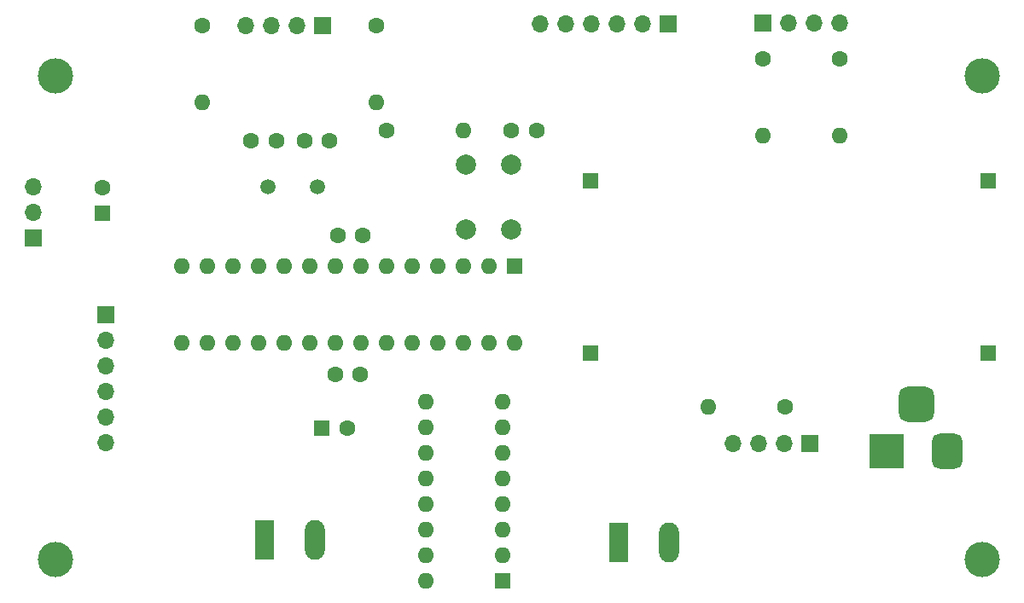
<source format=gts>
G04 #@! TF.GenerationSoftware,KiCad,Pcbnew,7.0.7-7.0.7~ubuntu22.04.1*
G04 #@! TF.CreationDate,2023-09-07T23:45:27+05:30*
G04 #@! TF.ProjectId,SDC_Schematic,5344435f-5363-4686-956d-617469632e6b,rev?*
G04 #@! TF.SameCoordinates,Original*
G04 #@! TF.FileFunction,Soldermask,Top*
G04 #@! TF.FilePolarity,Negative*
%FSLAX46Y46*%
G04 Gerber Fmt 4.6, Leading zero omitted, Abs format (unit mm)*
G04 Created by KiCad (PCBNEW 7.0.7-7.0.7~ubuntu22.04.1) date 2023-09-07 23:45:27*
%MOMM*%
%LPD*%
G01*
G04 APERTURE LIST*
G04 Aperture macros list*
%AMRoundRect*
0 Rectangle with rounded corners*
0 $1 Rounding radius*
0 $2 $3 $4 $5 $6 $7 $8 $9 X,Y pos of 4 corners*
0 Add a 4 corners polygon primitive as box body*
4,1,4,$2,$3,$4,$5,$6,$7,$8,$9,$2,$3,0*
0 Add four circle primitives for the rounded corners*
1,1,$1+$1,$2,$3*
1,1,$1+$1,$4,$5*
1,1,$1+$1,$6,$7*
1,1,$1+$1,$8,$9*
0 Add four rect primitives between the rounded corners*
20,1,$1+$1,$2,$3,$4,$5,0*
20,1,$1+$1,$4,$5,$6,$7,0*
20,1,$1+$1,$6,$7,$8,$9,0*
20,1,$1+$1,$8,$9,$2,$3,0*%
G04 Aperture macros list end*
%ADD10C,1.600000*%
%ADD11R,1.600000X1.600000*%
%ADD12O,1.600000X1.600000*%
%ADD13C,3.500000*%
%ADD14R,1.700000X1.700000*%
%ADD15O,1.700000X1.700000*%
%ADD16R,1.524000X1.524000*%
%ADD17C,1.500000*%
%ADD18C,2.000000*%
%ADD19R,1.980000X3.960000*%
%ADD20O,1.980000X3.960000*%
%ADD21R,3.500000X3.500000*%
%ADD22RoundRect,0.750000X0.750000X1.000000X-0.750000X1.000000X-0.750000X-1.000000X0.750000X-1.000000X0*%
%ADD23RoundRect,0.875000X0.875000X0.875000X-0.875000X0.875000X-0.875000X-0.875000X0.875000X-0.875000X0*%
G04 APERTURE END LIST*
D10*
X130282000Y-79629000D03*
X127782000Y-79629000D03*
D11*
X104648000Y-63600000D03*
D10*
X104648000Y-61100000D03*
X177800000Y-48260000D03*
D12*
X177800000Y-55880000D03*
D13*
X100000000Y-98000000D03*
X192000000Y-50000000D03*
D10*
X121920000Y-56388000D03*
X119420000Y-56388000D03*
D14*
X104984000Y-73685000D03*
D15*
X104984000Y-76225000D03*
X104984000Y-78765000D03*
X104984000Y-81305000D03*
X104984000Y-83845000D03*
X104984000Y-86385000D03*
D16*
X192543300Y-77532100D03*
X192543300Y-60361700D03*
X153071700Y-60361700D03*
X153071700Y-77506700D03*
D11*
X145532000Y-68844000D03*
D12*
X142992000Y-68844000D03*
X140452000Y-68844000D03*
X137912000Y-68844000D03*
X135372000Y-68844000D03*
X132832000Y-68844000D03*
X130292000Y-68844000D03*
X127752000Y-68844000D03*
X125212000Y-68844000D03*
X122672000Y-68844000D03*
X120132000Y-68844000D03*
X117592000Y-68844000D03*
X115052000Y-68844000D03*
X112512000Y-68844000D03*
X112512000Y-76464000D03*
X115052000Y-76464000D03*
X117592000Y-76464000D03*
X120132000Y-76464000D03*
X122672000Y-76464000D03*
X125212000Y-76464000D03*
X127752000Y-76464000D03*
X130292000Y-76464000D03*
X132832000Y-76464000D03*
X135372000Y-76464000D03*
X137912000Y-76464000D03*
X140452000Y-76464000D03*
X142992000Y-76464000D03*
X145532000Y-76464000D03*
D10*
X127234000Y-56388000D03*
X124734000Y-56388000D03*
X170180000Y-48260000D03*
D12*
X170180000Y-55880000D03*
D17*
X121104000Y-60960000D03*
X125984000Y-60960000D03*
D11*
X126452621Y-84963000D03*
D10*
X128952621Y-84963000D03*
D14*
X160840000Y-44800000D03*
D15*
X158300000Y-44800000D03*
X155760000Y-44800000D03*
X153220000Y-44800000D03*
X150680000Y-44800000D03*
X148140000Y-44800000D03*
D10*
X114554000Y-44958000D03*
D12*
X114554000Y-52578000D03*
D18*
X140750000Y-65250000D03*
X140750000Y-58750000D03*
X145250000Y-65250000D03*
X145250000Y-58750000D03*
D10*
X128036000Y-65786000D03*
X130536000Y-65786000D03*
D14*
X174900000Y-86500000D03*
D15*
X172360000Y-86500000D03*
X169820000Y-86500000D03*
X167280000Y-86500000D03*
D10*
X132842000Y-55372000D03*
D12*
X140462000Y-55372000D03*
D19*
X120800000Y-96000000D03*
D20*
X125800000Y-96000000D03*
D13*
X192000000Y-98000000D03*
D19*
X155900000Y-96300000D03*
D20*
X160900000Y-96300000D03*
D21*
X182468000Y-87249000D03*
D22*
X188468000Y-87249000D03*
D23*
X185468000Y-82549000D03*
D10*
X131826000Y-44958000D03*
D12*
X131826000Y-52578000D03*
D14*
X126492000Y-44958000D03*
D15*
X123952000Y-44958000D03*
X121412000Y-44958000D03*
X118872000Y-44958000D03*
D11*
X144420000Y-100080000D03*
D12*
X144420000Y-97540000D03*
X144420000Y-95000000D03*
X144420000Y-92460000D03*
X144420000Y-89920000D03*
X144420000Y-87380000D03*
X144420000Y-84840000D03*
X144420000Y-82300000D03*
X136800000Y-82300000D03*
X136800000Y-84840000D03*
X136800000Y-87380000D03*
X136800000Y-89920000D03*
X136800000Y-92460000D03*
X136800000Y-95000000D03*
X136800000Y-97540000D03*
X136800000Y-100080000D03*
D10*
X147750000Y-55372000D03*
X145250000Y-55372000D03*
D14*
X170180000Y-44704000D03*
D15*
X172720000Y-44704000D03*
X175260000Y-44704000D03*
X177800000Y-44704000D03*
D10*
X172410000Y-82875000D03*
D12*
X164790000Y-82875000D03*
D13*
X100000000Y-50000000D03*
D14*
X97790000Y-66040000D03*
D15*
X97790000Y-63500000D03*
X97790000Y-60960000D03*
M02*

</source>
